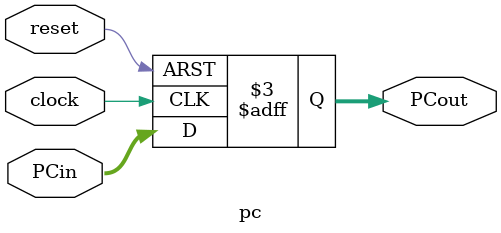
<source format=v>
`timescale 1ns / 1ps
module pc(clock, reset, PCin, PCout);

	input clock, reset;
	input [31:0] PCin;

	output reg [31:0] PCout;

	always @(posedge clock or posedge reset) begin
		if (reset == 1)
			PCout <= 32'h00400000;
		else
			PCout <= PCin;
	end
endmodule

</source>
